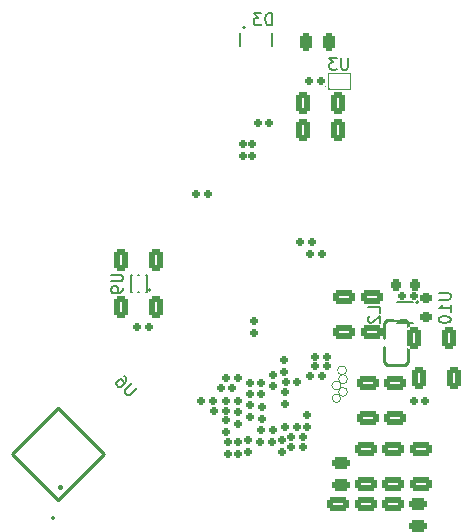
<source format=gbr>
%TF.GenerationSoftware,KiCad,Pcbnew,9.0.0*%
%TF.CreationDate,2025-03-19T22:59:48-05:00*%
%TF.ProjectId,opu_driver,6f70755f-6472-4697-9665-722e6b696361,rev?*%
%TF.SameCoordinates,Original*%
%TF.FileFunction,Legend,Bot*%
%TF.FilePolarity,Positive*%
%FSLAX46Y46*%
G04 Gerber Fmt 4.6, Leading zero omitted, Abs format (unit mm)*
G04 Created by KiCad (PCBNEW 9.0.0) date 2025-03-19 22:59:48*
%MOMM*%
%LPD*%
G01*
G04 APERTURE LIST*
G04 Aperture macros list*
%AMRoundRect*
0 Rectangle with rounded corners*
0 $1 Rounding radius*
0 $2 $3 $4 $5 $6 $7 $8 $9 X,Y pos of 4 corners*
0 Add a 4 corners polygon primitive as box body*
4,1,4,$2,$3,$4,$5,$6,$7,$8,$9,$2,$3,0*
0 Add four circle primitives for the rounded corners*
1,1,$1+$1,$2,$3*
1,1,$1+$1,$4,$5*
1,1,$1+$1,$6,$7*
1,1,$1+$1,$8,$9*
0 Add four rect primitives between the rounded corners*
20,1,$1+$1,$2,$3,$4,$5,0*
20,1,$1+$1,$4,$5,$6,$7,0*
20,1,$1+$1,$6,$7,$8,$9,0*
20,1,$1+$1,$8,$9,$2,$3,0*%
%AMHorizOval*
0 Thick line with rounded ends*
0 $1 width*
0 $2 $3 position (X,Y) of the first rounded end (center of the circle)*
0 $4 $5 position (X,Y) of the second rounded end (center of the circle)*
0 Add line between two ends*
20,1,$1,$2,$3,$4,$5,0*
0 Add two circle primitives to create the rounded ends*
1,1,$1,$2,$3*
1,1,$1,$4,$5*%
%AMRotRect*
0 Rectangle, with rotation*
0 The origin of the aperture is its center*
0 $1 length*
0 $2 width*
0 $3 Rotation angle, in degrees counterclockwise*
0 Add horizontal line*
21,1,$1,$2,0,0,$3*%
%AMFreePoly0*
4,1,13,0.135355,0.205355,0.150000,0.170000,0.150000,-0.080000,0.135355,-0.115355,-0.064645,-0.315355,-0.100000,-0.330000,-0.135355,-0.315355,-0.150000,-0.280000,-0.150000,0.170000,-0.135355,0.205355,-0.100000,0.220000,0.100000,0.220000,0.135355,0.205355,0.135355,0.205355,$1*%
%AMFreePoly1*
4,1,14,0.125355,0.205355,0.140000,0.170000,0.140000,-0.230000,0.125355,-0.265355,0.090000,-0.280000,0.040000,-0.280000,0.004645,-0.265355,-0.145355,-0.115355,-0.160000,-0.080000,-0.160000,0.170000,-0.145355,0.205355,-0.110000,0.220000,0.090000,0.220000,0.125355,0.205355,0.125355,0.205355,$1*%
%AMFreePoly2*
4,1,14,0.125355,0.255355,0.140000,0.220000,0.140000,-0.180000,0.125355,-0.215355,0.090000,-0.230000,-0.110000,-0.230000,-0.145355,-0.215355,-0.160000,-0.180000,-0.160000,0.070000,-0.145355,0.105355,0.004645,0.255355,0.040000,0.270000,0.090000,0.270000,0.125355,0.255355,0.125355,0.255355,$1*%
%AMFreePoly3*
4,1,14,-0.014645,0.265355,0.135355,0.115355,0.150000,0.080000,0.150000,-0.170000,0.135355,-0.205355,0.100000,-0.220000,-0.100000,-0.220000,-0.135355,-0.205355,-0.150000,-0.170000,-0.150000,0.230000,-0.135355,0.265355,-0.100000,0.280000,-0.050000,0.280000,-0.014645,0.265355,-0.014645,0.265355,$1*%
G04 Aperture macros list end*
%ADD10C,0.150000*%
%ADD11C,0.120000*%
%ADD12C,0.200000*%
%ADD13C,0.250000*%
%ADD14C,0.300000*%
%ADD15C,0.400000*%
%ADD16C,0.100000*%
%ADD17C,0.800000*%
%ADD18O,1.190000X2.840000*%
%ADD19C,1.000000*%
%ADD20RoundRect,0.159000X0.189000X-0.159000X0.189000X0.159000X-0.189000X0.159000X-0.189000X-0.159000X0*%
%ADD21RoundRect,0.159000X-0.159000X-0.189000X0.159000X-0.189000X0.159000X0.189000X-0.159000X0.189000X0*%
%ADD22C,0.508000*%
%ADD23RoundRect,0.267317X-0.470683X0.280683X-0.470683X-0.280683X0.470683X-0.280683X0.470683X0.280683X0*%
%ADD24RoundRect,0.159000X0.159000X0.189000X-0.159000X0.189000X-0.159000X-0.189000X0.159000X-0.189000X0*%
%ADD25RoundRect,0.266521X-0.671479X0.346479X-0.671479X-0.346479X0.671479X-0.346479X0.671479X0.346479X0*%
%ADD26FreePoly0,180.000000*%
%ADD27FreePoly1,180.000000*%
%ADD28FreePoly2,180.000000*%
%ADD29FreePoly3,180.000000*%
%ADD30RotRect,0.450000X0.450000X135.000000*%
%ADD31RoundRect,0.159000X-0.189000X0.159000X-0.189000X-0.159000X0.189000X-0.159000X0.189000X0.159000X0*%
%ADD32RoundRect,0.266521X-0.346479X-0.671479X0.346479X-0.671479X0.346479X0.671479X-0.346479X0.671479X0*%
%ADD33RoundRect,0.159000X-0.021213X0.246073X-0.246073X0.021213X0.021213X-0.246073X0.246073X-0.021213X0*%
%ADD34R,0.550000X0.280000*%
%ADD35RoundRect,0.266521X0.671479X-0.346479X0.671479X0.346479X-0.671479X0.346479X-0.671479X-0.346479X0*%
%ADD36RoundRect,0.269000X-0.494000X0.269000X-0.494000X-0.269000X0.494000X-0.269000X0.494000X0.269000X0*%
%ADD37RoundRect,0.267317X0.470683X-0.280683X0.470683X0.280683X-0.470683X0.280683X-0.470683X-0.280683X0*%
%ADD38RoundRect,0.266521X0.346479X0.671479X-0.346479X0.671479X-0.346479X-0.671479X0.346479X-0.671479X0*%
%ADD39RoundRect,0.269000X0.494000X-0.269000X0.494000X0.269000X-0.494000X0.269000X-0.494000X-0.269000X0*%
%ADD40RoundRect,0.159000X0.246073X0.021213X0.021213X0.246073X-0.246073X-0.021213X-0.021213X-0.246073X0*%
%ADD41HorizOval,0.280000X0.537401X0.537401X-0.537401X-0.537401X0*%
%ADD42HorizOval,0.280000X-0.537401X0.537401X0.537401X-0.537401X0*%
%ADD43RoundRect,0.159000X-0.246073X-0.021213X-0.021213X-0.246073X0.246073X0.021213X0.021213X0.246073X0*%
%ADD44RoundRect,0.269000X0.269000X0.494000X-0.269000X0.494000X-0.269000X-0.494000X0.269000X-0.494000X0*%
%ADD45R,0.220000X0.610000*%
%ADD46R,0.410000X0.610000*%
%ADD47R,1.380000X1.130000*%
%ADD48RoundRect,0.159000X0.021213X-0.246073X0.246073X-0.021213X-0.021213X0.246073X-0.246073X0.021213X0*%
%ADD49RoundRect,0.219000X0.219000X0.294000X-0.219000X0.294000X-0.219000X-0.294000X0.219000X-0.294000X0*%
%ADD50RoundRect,0.219000X-0.219000X-0.294000X0.219000X-0.294000X0.219000X0.294000X-0.219000X0.294000X0*%
%ADD51C,0.160000*%
%ADD52RoundRect,0.219000X-0.294000X0.219000X-0.294000X-0.219000X0.294000X-0.219000X0.294000X0.219000X0*%
G04 APERTURE END LIST*
D10*
X38299984Y-137403962D02*
X39109507Y-137403962D01*
X39109507Y-137403962D02*
X39204745Y-137451581D01*
X39204745Y-137451581D02*
X39252365Y-137499200D01*
X39252365Y-137499200D02*
X39299984Y-137594438D01*
X39299984Y-137594438D02*
X39299984Y-137784914D01*
X39299984Y-137784914D02*
X39252365Y-137880152D01*
X39252365Y-137880152D02*
X39204745Y-137927771D01*
X39204745Y-137927771D02*
X39109507Y-137975390D01*
X39109507Y-137975390D02*
X38299984Y-137975390D01*
X39299984Y-138499200D02*
X39299984Y-138689676D01*
X39299984Y-138689676D02*
X39252365Y-138784914D01*
X39252365Y-138784914D02*
X39204745Y-138832533D01*
X39204745Y-138832533D02*
X39061888Y-138927771D01*
X39061888Y-138927771D02*
X38871412Y-138975390D01*
X38871412Y-138975390D02*
X38490460Y-138975390D01*
X38490460Y-138975390D02*
X38395222Y-138927771D01*
X38395222Y-138927771D02*
X38347603Y-138880152D01*
X38347603Y-138880152D02*
X38299984Y-138784914D01*
X38299984Y-138784914D02*
X38299984Y-138594438D01*
X38299984Y-138594438D02*
X38347603Y-138499200D01*
X38347603Y-138499200D02*
X38395222Y-138451581D01*
X38395222Y-138451581D02*
X38490460Y-138403962D01*
X38490460Y-138403962D02*
X38728555Y-138403962D01*
X38728555Y-138403962D02*
X38823793Y-138451581D01*
X38823793Y-138451581D02*
X38871412Y-138499200D01*
X38871412Y-138499200D02*
X38919031Y-138594438D01*
X38919031Y-138594438D02*
X38919031Y-138784914D01*
X38919031Y-138784914D02*
X38871412Y-138880152D01*
X38871412Y-138880152D02*
X38823793Y-138927771D01*
X38823793Y-138927771D02*
X38728555Y-138975390D01*
X66054819Y-138961905D02*
X66864342Y-138961905D01*
X66864342Y-138961905D02*
X66959580Y-139009524D01*
X66959580Y-139009524D02*
X67007200Y-139057143D01*
X67007200Y-139057143D02*
X67054819Y-139152381D01*
X67054819Y-139152381D02*
X67054819Y-139342857D01*
X67054819Y-139342857D02*
X67007200Y-139438095D01*
X67007200Y-139438095D02*
X66959580Y-139485714D01*
X66959580Y-139485714D02*
X66864342Y-139533333D01*
X66864342Y-139533333D02*
X66054819Y-139533333D01*
X67054819Y-140533333D02*
X67054819Y-139961905D01*
X67054819Y-140247619D02*
X66054819Y-140247619D01*
X66054819Y-140247619D02*
X66197676Y-140152381D01*
X66197676Y-140152381D02*
X66292914Y-140057143D01*
X66292914Y-140057143D02*
X66340533Y-139961905D01*
X66054819Y-141152381D02*
X66054819Y-141247619D01*
X66054819Y-141247619D02*
X66102438Y-141342857D01*
X66102438Y-141342857D02*
X66150057Y-141390476D01*
X66150057Y-141390476D02*
X66245295Y-141438095D01*
X66245295Y-141438095D02*
X66435771Y-141485714D01*
X66435771Y-141485714D02*
X66673866Y-141485714D01*
X66673866Y-141485714D02*
X66864342Y-141438095D01*
X66864342Y-141438095D02*
X66959580Y-141390476D01*
X66959580Y-141390476D02*
X67007200Y-141342857D01*
X67007200Y-141342857D02*
X67054819Y-141247619D01*
X67054819Y-141247619D02*
X67054819Y-141152381D01*
X67054819Y-141152381D02*
X67007200Y-141057143D01*
X67007200Y-141057143D02*
X66959580Y-141009524D01*
X66959580Y-141009524D02*
X66864342Y-140961905D01*
X66864342Y-140961905D02*
X66673866Y-140914286D01*
X66673866Y-140914286D02*
X66435771Y-140914286D01*
X66435771Y-140914286D02*
X66245295Y-140961905D01*
X66245295Y-140961905D02*
X66150057Y-141009524D01*
X66150057Y-141009524D02*
X66102438Y-141057143D01*
X66102438Y-141057143D02*
X66054819Y-141152381D01*
X40461624Y-147026903D02*
X39889204Y-147599323D01*
X39889204Y-147599323D02*
X39788189Y-147632995D01*
X39788189Y-147632995D02*
X39720845Y-147632995D01*
X39720845Y-147632995D02*
X39619830Y-147599323D01*
X39619830Y-147599323D02*
X39485143Y-147464636D01*
X39485143Y-147464636D02*
X39451471Y-147363621D01*
X39451471Y-147363621D02*
X39451471Y-147296277D01*
X39451471Y-147296277D02*
X39485143Y-147195262D01*
X39485143Y-147195262D02*
X40057563Y-146622842D01*
X39417799Y-145983079D02*
X39552486Y-146117766D01*
X39552486Y-146117766D02*
X39586158Y-146218781D01*
X39586158Y-146218781D02*
X39586158Y-146286125D01*
X39586158Y-146286125D02*
X39552486Y-146454484D01*
X39552486Y-146454484D02*
X39451471Y-146622842D01*
X39451471Y-146622842D02*
X39182097Y-146892216D01*
X39182097Y-146892216D02*
X39081082Y-146925888D01*
X39081082Y-146925888D02*
X39013738Y-146925888D01*
X39013738Y-146925888D02*
X38912723Y-146892216D01*
X38912723Y-146892216D02*
X38778036Y-146757529D01*
X38778036Y-146757529D02*
X38744364Y-146656514D01*
X38744364Y-146656514D02*
X38744364Y-146589171D01*
X38744364Y-146589171D02*
X38778036Y-146488155D01*
X38778036Y-146488155D02*
X38946395Y-146319797D01*
X38946395Y-146319797D02*
X39047410Y-146286125D01*
X39047410Y-146286125D02*
X39114754Y-146286125D01*
X39114754Y-146286125D02*
X39215769Y-146319797D01*
X39215769Y-146319797D02*
X39350456Y-146454484D01*
X39350456Y-146454484D02*
X39384128Y-146555499D01*
X39384128Y-146555499D02*
X39384128Y-146622842D01*
X39384128Y-146622842D02*
X39350456Y-146723858D01*
X51913459Y-116282486D02*
X51913459Y-115282486D01*
X51913459Y-115282486D02*
X51675364Y-115282486D01*
X51675364Y-115282486D02*
X51532507Y-115330105D01*
X51532507Y-115330105D02*
X51437269Y-115425343D01*
X51437269Y-115425343D02*
X51389650Y-115520581D01*
X51389650Y-115520581D02*
X51342031Y-115711057D01*
X51342031Y-115711057D02*
X51342031Y-115853914D01*
X51342031Y-115853914D02*
X51389650Y-116044390D01*
X51389650Y-116044390D02*
X51437269Y-116139628D01*
X51437269Y-116139628D02*
X51532507Y-116234867D01*
X51532507Y-116234867D02*
X51675364Y-116282486D01*
X51675364Y-116282486D02*
X51913459Y-116282486D01*
X51008697Y-115282486D02*
X50389650Y-115282486D01*
X50389650Y-115282486D02*
X50722983Y-115663438D01*
X50722983Y-115663438D02*
X50580126Y-115663438D01*
X50580126Y-115663438D02*
X50484888Y-115711057D01*
X50484888Y-115711057D02*
X50437269Y-115758676D01*
X50437269Y-115758676D02*
X50389650Y-115853914D01*
X50389650Y-115853914D02*
X50389650Y-116092009D01*
X50389650Y-116092009D02*
X50437269Y-116187247D01*
X50437269Y-116187247D02*
X50484888Y-116234867D01*
X50484888Y-116234867D02*
X50580126Y-116282486D01*
X50580126Y-116282486D02*
X50865840Y-116282486D01*
X50865840Y-116282486D02*
X50961078Y-116234867D01*
X50961078Y-116234867D02*
X51008697Y-116187247D01*
X61054819Y-140633333D02*
X61054819Y-140157143D01*
X61054819Y-140157143D02*
X60054819Y-140157143D01*
X60150057Y-140919048D02*
X60102438Y-140966667D01*
X60102438Y-140966667D02*
X60054819Y-141061905D01*
X60054819Y-141061905D02*
X60054819Y-141300000D01*
X60054819Y-141300000D02*
X60102438Y-141395238D01*
X60102438Y-141395238D02*
X60150057Y-141442857D01*
X60150057Y-141442857D02*
X60245295Y-141490476D01*
X60245295Y-141490476D02*
X60340533Y-141490476D01*
X60340533Y-141490476D02*
X60483390Y-141442857D01*
X60483390Y-141442857D02*
X61054819Y-140871429D01*
X61054819Y-140871429D02*
X61054819Y-141490476D01*
X58361904Y-119054819D02*
X58361904Y-119864342D01*
X58361904Y-119864342D02*
X58314285Y-119959580D01*
X58314285Y-119959580D02*
X58266666Y-120007200D01*
X58266666Y-120007200D02*
X58171428Y-120054819D01*
X58171428Y-120054819D02*
X57980952Y-120054819D01*
X57980952Y-120054819D02*
X57885714Y-120007200D01*
X57885714Y-120007200D02*
X57838095Y-119959580D01*
X57838095Y-119959580D02*
X57790476Y-119864342D01*
X57790476Y-119864342D02*
X57790476Y-119054819D01*
X57409523Y-119054819D02*
X56790476Y-119054819D01*
X56790476Y-119054819D02*
X57123809Y-119435771D01*
X57123809Y-119435771D02*
X56980952Y-119435771D01*
X56980952Y-119435771D02*
X56885714Y-119483390D01*
X56885714Y-119483390D02*
X56838095Y-119531009D01*
X56838095Y-119531009D02*
X56790476Y-119626247D01*
X56790476Y-119626247D02*
X56790476Y-119864342D01*
X56790476Y-119864342D02*
X56838095Y-119959580D01*
X56838095Y-119959580D02*
X56885714Y-120007200D01*
X56885714Y-120007200D02*
X56980952Y-120054819D01*
X56980952Y-120054819D02*
X57266666Y-120054819D01*
X57266666Y-120054819D02*
X57361904Y-120007200D01*
X57361904Y-120007200D02*
X57409523Y-119959580D01*
D11*
%TO.C,TP1*%
X57765463Y-146796217D02*
G75*
G02*
X57003463Y-146796217I-381000J0D01*
G01*
X57003463Y-146796217D02*
G75*
G02*
X57765463Y-146796217I381000J0D01*
G01*
D10*
%TO.C,U9*%
X39985165Y-137465867D02*
X39985165Y-138865867D01*
X40045165Y-137465867D02*
X39985165Y-137465867D01*
X40045165Y-138865867D02*
X39985165Y-138865867D01*
X40695165Y-137465867D02*
X40595165Y-137465867D01*
X40695165Y-138865867D02*
X40595165Y-138865867D01*
X41305165Y-137465867D02*
X41245165Y-137465867D01*
X41305165Y-137465867D02*
X41305165Y-138865867D01*
X41305165Y-138865867D02*
X41245165Y-138865867D01*
X41625165Y-138715867D02*
G75*
G02*
X41465165Y-138715867I-80000J0D01*
G01*
X41465165Y-138715867D02*
G75*
G02*
X41625165Y-138715867I80000J0D01*
G01*
%TO.C,U10*%
X63898627Y-139763665D02*
X62538625Y-139763665D01*
X63898627Y-141523665D02*
X62538625Y-141523665D01*
D12*
X64338627Y-139753665D02*
G75*
G02*
X64138625Y-139753665I-100001J0D01*
G01*
X64138625Y-139753665D02*
G75*
G02*
X64338627Y-139753665I100001J0D01*
G01*
D11*
%TO.C,TP5*%
X58237110Y-145511141D02*
G75*
G02*
X57475110Y-145511141I-381000J0D01*
G01*
X57475110Y-145511141D02*
G75*
G02*
X58237110Y-145511141I381000J0D01*
G01*
D13*
%TO.C,U6*%
X29956078Y-152565867D02*
X33845165Y-156454954D01*
X33845165Y-148676780D02*
X29956078Y-152565867D01*
X33845165Y-156454954D02*
X37734252Y-152565867D01*
X37734252Y-152565867D02*
X33845165Y-148676780D01*
D14*
X33385547Y-157975234D02*
X33385547Y-157975234D01*
X33385547Y-157975234D01*
X33385547Y-157975234D01*
X33385547Y-157975234D01*
X33385547Y-157975234D01*
X33385547Y-157975235D01*
X33385547Y-157975235D01*
X33385547Y-157975235D01*
X33385547Y-157975235D01*
X33385547Y-157975235D01*
X33385547Y-157975235D01*
X33385547Y-157975235D01*
X33385546Y-157975235D01*
X33385546Y-157975235D01*
X33385546Y-157975235D01*
X33385546Y-157975235D01*
X33385546Y-157975235D01*
X33385546Y-157975235D01*
X33385546Y-157975235D01*
X33385546Y-157975235D01*
X33385546Y-157975235D01*
X33385546Y-157975235D01*
X33385546Y-157975235D01*
X33385546Y-157975235D01*
X33385545Y-157975235D01*
X33385545Y-157975235D01*
X33385545Y-157975235D01*
X33385545Y-157975235D01*
X33385545Y-157975235D01*
X33385545Y-157975235D01*
X33385545Y-157975234D01*
X33385545Y-157975234D01*
X33385545Y-157975234D01*
X33385545Y-157975234D01*
X33385545Y-157975234D01*
X33385545Y-157975234D01*
X33385545Y-157975234D02*
X33385545Y-157975234D01*
X33385545Y-157975234D01*
X33385545Y-157975234D01*
X33385545Y-157975234D01*
X33385545Y-157975234D01*
X33385545Y-157975234D01*
X33385545Y-157975233D01*
X33385545Y-157975233D01*
X33385545Y-157975233D01*
X33385545Y-157975233D01*
X33385545Y-157975233D01*
X33385546Y-157975233D01*
X33385546Y-157975233D01*
X33385546Y-157975233D01*
X33385546Y-157975233D01*
X33385546Y-157975233D01*
X33385546Y-157975233D01*
X33385546Y-157975233D01*
X33385546Y-157975233D01*
X33385546Y-157975233D01*
X33385546Y-157975233D01*
X33385546Y-157975233D01*
X33385546Y-157975233D01*
X33385547Y-157975233D01*
X33385547Y-157975233D01*
X33385547Y-157975233D01*
X33385547Y-157975233D01*
X33385547Y-157975233D01*
X33385547Y-157975233D01*
X33385547Y-157975234D01*
X33385547Y-157975234D01*
X33385547Y-157975234D01*
X33385547Y-157975234D01*
X33385547Y-157975234D01*
X33385547Y-157975234D01*
X33385547Y-157975234D01*
D15*
X33986587Y-155394294D02*
X33986587Y-155394294D01*
X33986587Y-155394294D01*
X33986587Y-155394294D01*
X33986587Y-155394294D01*
X33986587Y-155394294D01*
X33986587Y-155394295D01*
X33986587Y-155394295D01*
X33986587Y-155394295D01*
X33986587Y-155394295D01*
X33986587Y-155394295D01*
X33986587Y-155394295D01*
X33986587Y-155394295D01*
X33986586Y-155394295D01*
X33986586Y-155394295D01*
X33986586Y-155394295D01*
X33986586Y-155394295D01*
X33986586Y-155394295D01*
X33986586Y-155394295D01*
X33986586Y-155394295D01*
X33986586Y-155394295D01*
X33986586Y-155394295D01*
X33986586Y-155394295D01*
X33986586Y-155394295D01*
X33986586Y-155394295D01*
X33986585Y-155394295D01*
X33986585Y-155394295D01*
X33986585Y-155394295D01*
X33986585Y-155394295D01*
X33986585Y-155394295D01*
X33986585Y-155394295D01*
X33986585Y-155394294D01*
X33986585Y-155394294D01*
X33986585Y-155394294D01*
X33986585Y-155394294D01*
X33986585Y-155394294D01*
X33986585Y-155394294D01*
X33986585Y-155394294D02*
X33986585Y-155394294D01*
X33986585Y-155394294D01*
X33986585Y-155394294D01*
X33986585Y-155394294D01*
X33986585Y-155394294D01*
X33986585Y-155394294D01*
X33986585Y-155394293D01*
X33986585Y-155394293D01*
X33986585Y-155394293D01*
X33986585Y-155394293D01*
X33986585Y-155394293D01*
X33986586Y-155394293D01*
X33986586Y-155394293D01*
X33986586Y-155394293D01*
X33986586Y-155394293D01*
X33986586Y-155394293D01*
X33986586Y-155394293D01*
X33986586Y-155394293D01*
X33986586Y-155394293D01*
X33986586Y-155394293D01*
X33986586Y-155394293D01*
X33986586Y-155394293D01*
X33986586Y-155394293D01*
X33986587Y-155394293D01*
X33986587Y-155394293D01*
X33986587Y-155394293D01*
X33986587Y-155394293D01*
X33986587Y-155394293D01*
X33986587Y-155394293D01*
X33986587Y-155394294D01*
X33986587Y-155394294D01*
X33986587Y-155394294D01*
X33986587Y-155394294D01*
X33986587Y-155394294D01*
X33986587Y-155394294D01*
X33986587Y-155394294D01*
D11*
%TO.C,TP4*%
X58316053Y-147340328D02*
G75*
G02*
X57554053Y-147340328I-381000J0D01*
G01*
X57554053Y-147340328D02*
G75*
G02*
X58316053Y-147340328I381000J0D01*
G01*
D10*
%TO.C,D3*%
X49235765Y-116924067D02*
X49235765Y-118084067D01*
X51895765Y-116924067D02*
X51895765Y-118084067D01*
X49635765Y-116484067D02*
G75*
G02*
X49495765Y-116484067I-70000J0D01*
G01*
X49495765Y-116484067D02*
G75*
G02*
X49635765Y-116484067I70000J0D01*
G01*
D13*
%TO.C,L2*%
X61373625Y-142753665D02*
X61373626Y-141613665D01*
X61373625Y-144783665D02*
X61373625Y-143513665D01*
X61373626Y-141483665D02*
X61633625Y-141233665D01*
X61373626Y-141613665D02*
X61373626Y-141483665D01*
X61633625Y-141233665D02*
X63033625Y-141233665D01*
X61633625Y-145043665D02*
X61373625Y-144783665D01*
X61763625Y-145043665D02*
X61633625Y-145043665D01*
X63033625Y-141233665D02*
X63153625Y-141233665D01*
X63153625Y-141233665D02*
X63413624Y-141483665D01*
X63153625Y-145043665D02*
X61763625Y-145043665D01*
X63413624Y-141483665D02*
X63413625Y-142753665D01*
X63413625Y-143513665D02*
X63413625Y-144653665D01*
X63413625Y-144653665D02*
X63413625Y-144783665D01*
X63413625Y-144783665D02*
X63153625Y-145043665D01*
D16*
%TO.C,U3*%
X56650000Y-120300000D02*
X56650000Y-121700000D01*
X56650000Y-121480000D02*
X56650000Y-121490000D01*
X56650000Y-121480000D02*
X56650000Y-121540000D01*
X56650000Y-121490000D02*
X56860000Y-121700000D01*
X56650000Y-121540000D02*
X56810000Y-121700000D01*
X58550000Y-120300000D02*
X56650000Y-120300000D01*
X58550000Y-121700000D02*
X56660000Y-121700000D01*
X58550000Y-121700000D02*
X58550000Y-120300000D01*
X56510000Y-121460000D02*
G75*
G02*
X56410000Y-121460000I-50000J0D01*
G01*
X56410000Y-121460000D02*
G75*
G02*
X56510000Y-121460000I50000J0D01*
G01*
D11*
%TO.C,TP2*%
X57731100Y-147872833D02*
G75*
G02*
X57019900Y-147872833I-355600J0D01*
G01*
X57019900Y-147872833D02*
G75*
G02*
X57731100Y-147872833I355600J0D01*
G01*
%TO.C,TP3*%
X58317374Y-146260064D02*
G75*
G02*
X57555374Y-146260064I-381000J0D01*
G01*
X57555374Y-146260064D02*
G75*
G02*
X58317374Y-146260064I381000J0D01*
G01*
%TD*%
%LPC*%
D17*
%TO.C,USB1*%
X52869765Y-109008067D03*
X48769765Y-107658067D03*
D18*
X55389765Y-108778067D03*
D19*
X55319765Y-113468067D03*
X46319765Y-113468067D03*
D18*
X46249765Y-108778067D03*
%TD*%
D20*
%TO.C,C44*%
X51048685Y-149608587D03*
X51048685Y-148608587D03*
%TD*%
D21*
%TO.C,C45*%
X50945165Y-151600000D03*
X51945165Y-151600000D03*
%TD*%
D22*
%TO.C,TP1*%
X57384463Y-146796217D03*
%TD*%
D23*
%TO.C,R34*%
X44218758Y-160474273D03*
X44218758Y-162294273D03*
%TD*%
D20*
%TO.C,C113*%
X51435439Y-160541439D03*
X51435439Y-159541441D03*
%TD*%
D24*
%TO.C,R15*%
X56545164Y-144340837D03*
X55545164Y-144340837D03*
%TD*%
D25*
%TO.C,C106*%
X60045164Y-146603194D03*
X60045164Y-149563194D03*
%TD*%
D26*
%TO.C,U9*%
X40975165Y-138645867D03*
D27*
X40315165Y-138645867D03*
D28*
X40315165Y-137695867D03*
D29*
X40975165Y-137685867D03*
D30*
X40645165Y-138165867D03*
%TD*%
D20*
%TO.C,C11*%
X49448165Y-127376667D03*
X49448165Y-126376667D03*
%TD*%
D25*
%TO.C,C85*%
X62142332Y-156854188D03*
X62142332Y-159814188D03*
%TD*%
D31*
%TO.C,C50*%
X49051400Y-149033642D03*
X49051400Y-150033640D03*
%TD*%
D32*
%TO.C,C101*%
X64336201Y-146165866D03*
X67296201Y-146165866D03*
%TD*%
D33*
%TO.C,C73*%
X29325224Y-149012314D03*
X28618118Y-149719420D03*
%TD*%
D24*
%TO.C,C35*%
X49058036Y-146134341D03*
X48058038Y-146134341D03*
%TD*%
D31*
%TO.C,C120*%
X46527282Y-159875672D03*
X46527282Y-160875670D03*
%TD*%
D20*
%TO.C,C36*%
X52045165Y-146865867D03*
X52045165Y-145865867D03*
%TD*%
D34*
%TO.C,U10*%
X63938625Y-140143665D03*
X63938626Y-140643665D03*
X63938625Y-141143665D03*
X62498627Y-141143665D03*
X62498626Y-140643665D03*
X62498627Y-140143665D03*
%TD*%
D24*
%TO.C,R14*%
X56163393Y-135685168D03*
X55163393Y-135685168D03*
%TD*%
D21*
%TO.C,C55*%
X55145165Y-145965867D03*
X56145165Y-145965867D03*
%TD*%
D31*
%TO.C,C122*%
X45698765Y-163474819D03*
X45698765Y-164474817D03*
%TD*%
D35*
%TO.C,C80*%
X58400000Y-164768315D03*
X58400000Y-161808315D03*
%TD*%
%TO.C,C87*%
X64509780Y-155129083D03*
X64509780Y-152169083D03*
%TD*%
D36*
%TO.C,C90*%
X64308521Y-156805308D03*
X64308521Y-158705306D03*
%TD*%
D31*
%TO.C,C42*%
X50988331Y-146552326D03*
X50988331Y-147552326D03*
%TD*%
D37*
%TO.C,R32*%
X42310321Y-165688587D03*
X42310321Y-163868587D03*
%TD*%
D21*
%TO.C,C114*%
X49397247Y-159554507D03*
X50397245Y-159554507D03*
%TD*%
D38*
%TO.C,C98*%
X42125165Y-140165868D03*
X39165165Y-140165868D03*
%TD*%
D39*
%TO.C,C81*%
X57738311Y-155235167D03*
X57738311Y-153335169D03*
%TD*%
D40*
%TO.C,C72*%
X29902407Y-148421624D03*
X29195301Y-147714518D03*
%TD*%
D23*
%TO.C,R33*%
X42323619Y-160479694D03*
X42323619Y-162299694D03*
%TD*%
D24*
%TO.C,C49*%
X48052351Y-148948599D03*
X47052351Y-148948599D03*
%TD*%
D35*
%TO.C,C89*%
X65873323Y-164130342D03*
X65873323Y-161170342D03*
%TD*%
D20*
%TO.C,C121*%
X46523041Y-166271866D03*
X46523041Y-165271868D03*
%TD*%
D37*
%TO.C,R31*%
X44218758Y-165694273D03*
X44218758Y-163874273D03*
%TD*%
D24*
%TO.C,C128*%
X41513904Y-141874847D03*
X40513906Y-141874847D03*
%TD*%
D35*
%TO.C,C83*%
X59883850Y-155151563D03*
X59883850Y-152191563D03*
%TD*%
D22*
%TO.C,TP5*%
X57856110Y-145511141D03*
%TD*%
D24*
%TO.C,R13*%
X56545165Y-145165867D03*
X55545165Y-145165867D03*
%TD*%
D35*
%TO.C,C79*%
X63506633Y-164790551D03*
X63506633Y-161830551D03*
%TD*%
D33*
%TO.C,C92*%
X30004260Y-156741306D03*
X29297154Y-157448412D03*
%TD*%
D25*
%TO.C,C82*%
X57549500Y-156819992D03*
X57549500Y-159779992D03*
%TD*%
D31*
%TO.C,C41*%
X53046667Y-147362987D03*
X53046667Y-148362987D03*
%TD*%
%TO.C,C51*%
X50031627Y-146548736D03*
X50031627Y-147548736D03*
%TD*%
D20*
%TO.C,C48*%
X50045165Y-149465867D03*
X50045165Y-148465867D03*
%TD*%
D41*
%TO.C,U6*%
X32925926Y-157374193D03*
X32572373Y-157020640D03*
X32218819Y-156667086D03*
X31865266Y-156313533D03*
X31511713Y-155959980D03*
X31158159Y-155606426D03*
X30804606Y-155252873D03*
X30451052Y-154899319D03*
X30097499Y-154545766D03*
X29743946Y-154192213D03*
X29390392Y-153838659D03*
X29036839Y-153485106D03*
D42*
X29036839Y-151646628D03*
X29390392Y-151293075D03*
X29743946Y-150939521D03*
X30097499Y-150585968D03*
X30451052Y-150232415D03*
X30804606Y-149878861D03*
X31158159Y-149525308D03*
X31511713Y-149171754D03*
X31865266Y-148818201D03*
X32218819Y-148464648D03*
X32572373Y-148111094D03*
X32925926Y-147757541D03*
D41*
X34764404Y-147757541D03*
X35117957Y-148111094D03*
X35471511Y-148464648D03*
X35825064Y-148818201D03*
X36178617Y-149171754D03*
X36532171Y-149525308D03*
X36885724Y-149878861D03*
X37239278Y-150232415D03*
X37592831Y-150585968D03*
X37946384Y-150939521D03*
X38299938Y-151293075D03*
X38653491Y-151646628D03*
D42*
X38653491Y-153485106D03*
X38299938Y-153838659D03*
X37946384Y-154192213D03*
X37592831Y-154545766D03*
X37239278Y-154899319D03*
X36885724Y-155252873D03*
X36532171Y-155606426D03*
X36178617Y-155959980D03*
X35825064Y-156313533D03*
X35471511Y-156667086D03*
X35117957Y-157020640D03*
X34764404Y-157374193D03*
%TD*%
D20*
%TO.C,C12*%
X50260965Y-127376667D03*
X50260965Y-126376667D03*
%TD*%
D31*
%TO.C,C59*%
X49052453Y-151559591D03*
X49052453Y-152559591D03*
%TD*%
D43*
%TO.C,C68*%
X30423256Y-145247772D03*
X31130362Y-145954878D03*
%TD*%
D31*
%TO.C,C47*%
X54860130Y-149300001D03*
X54860130Y-150299999D03*
%TD*%
D21*
%TO.C,C40*%
X47578814Y-147008104D03*
X48578814Y-147008104D03*
%TD*%
D44*
%TO.C,C4*%
X56725064Y-117744030D03*
X54825066Y-117744030D03*
%TD*%
D21*
%TO.C,C53*%
X53044955Y-150328147D03*
X54044955Y-150328147D03*
%TD*%
D20*
%TO.C,C69*%
X28451184Y-145871646D03*
X28451184Y-144871648D03*
%TD*%
D25*
%TO.C,C105*%
X62352628Y-146618123D03*
X62352628Y-149578123D03*
%TD*%
D22*
%TO.C,TP4*%
X57935053Y-147340328D03*
%TD*%
D21*
%TO.C,C38*%
X53559244Y-151126519D03*
X54559244Y-151126519D03*
%TD*%
D45*
%TO.C,D3*%
X49565765Y-117094067D03*
X50065765Y-117094067D03*
D46*
X50565765Y-117094067D03*
D45*
X51065765Y-117094067D03*
X51565765Y-117094067D03*
X51565765Y-117914067D03*
X51065765Y-117914067D03*
D46*
X50565765Y-117914067D03*
D45*
X50065765Y-117914067D03*
X49565765Y-117914067D03*
%TD*%
D32*
%TO.C,C99*%
X63913625Y-142773664D03*
X66873625Y-142773664D03*
%TD*%
D20*
%TO.C,C52*%
X48049224Y-150741120D03*
X48049224Y-149741120D03*
%TD*%
D31*
%TO.C,R46*%
X50434890Y-141336509D03*
X50434890Y-142336507D03*
%TD*%
D33*
%TO.C,C74*%
X31779945Y-158537224D03*
X31072839Y-159244330D03*
%TD*%
D35*
%TO.C,C104*%
X60393626Y-142253664D03*
X60393626Y-139293664D03*
%TD*%
D21*
%TO.C,C39*%
X48072587Y-148115257D03*
X49072585Y-148115257D03*
%TD*%
D47*
%TO.C,L2*%
X62393625Y-142203664D03*
X62393625Y-144143666D03*
%TD*%
D24*
%TO.C,R1*%
X51700765Y-124539867D03*
X50700765Y-124539867D03*
%TD*%
D31*
%TO.C,C123*%
X46510321Y-163478588D03*
X46510321Y-164478586D03*
%TD*%
D48*
%TO.C,C65*%
X35995575Y-146523569D03*
X36702681Y-145816463D03*
%TD*%
D20*
%TO.C,C124*%
X46508765Y-162678586D03*
X46508765Y-161678588D03*
%TD*%
D31*
%TO.C,C43*%
X49876204Y-151443253D03*
X49876204Y-152443253D03*
%TD*%
%TO.C,C56*%
X52737425Y-151400879D03*
X52737425Y-152400877D03*
%TD*%
D24*
%TO.C,R16*%
X55290479Y-134636263D03*
X54290479Y-134636263D03*
%TD*%
D43*
%TO.C,C63*%
X39491612Y-155012314D03*
X40198718Y-155719420D03*
%TD*%
D49*
%TO.C,R38*%
X52265166Y-164965867D03*
X50625164Y-164965867D03*
%TD*%
D31*
%TO.C,C60*%
X48234058Y-151561459D03*
X48234058Y-152561459D03*
%TD*%
D21*
%TO.C,R8*%
X55100000Y-121011966D03*
X56100000Y-121011966D03*
%TD*%
D50*
%TO.C,R19*%
X62411457Y-138246951D03*
X64051459Y-138246951D03*
%TD*%
D51*
%TO.C,U3*%
X57000000Y-121400000D03*
X57400000Y-121400000D03*
X57800000Y-121400000D03*
X58200000Y-121400000D03*
X57000000Y-121000000D03*
X57400000Y-121000000D03*
X57800000Y-121000000D03*
X58200000Y-121000000D03*
X57000000Y-120600000D03*
X57400000Y-120600000D03*
X57800000Y-120600000D03*
X58200000Y-120600000D03*
%TD*%
D49*
%TO.C,R39*%
X52265166Y-166165867D03*
X50625164Y-166165867D03*
%TD*%
D20*
%TO.C,C125*%
X45698765Y-162678586D03*
X45698765Y-161678588D03*
%TD*%
D24*
%TO.C,C37*%
X52028964Y-150600000D03*
X51028964Y-150600000D03*
%TD*%
D22*
%TO.C,TP2*%
X57375500Y-147872833D03*
%TD*%
D21*
%TO.C,C61*%
X53545165Y-151990047D03*
X54545165Y-151990047D03*
%TD*%
D20*
%TO.C,C62*%
X52981941Y-145628147D03*
X52981941Y-144628147D03*
%TD*%
%TO.C,C118*%
X45723042Y-166271866D03*
X45723042Y-165271868D03*
%TD*%
D24*
%TO.C,R10*%
X64922278Y-148087563D03*
X63922280Y-148087563D03*
%TD*%
D22*
%TO.C,TP3*%
X57936374Y-146260064D03*
%TD*%
D21*
%TO.C,C94*%
X62931459Y-139246951D03*
X63931457Y-139246951D03*
%TD*%
D24*
%TO.C,C46*%
X46945165Y-148069760D03*
X45945165Y-148069760D03*
%TD*%
D38*
%TO.C,C97*%
X42125165Y-136165866D03*
X39165165Y-136165866D03*
%TD*%
%TO.C,C1*%
X57483117Y-122903874D03*
X54523117Y-122903874D03*
%TD*%
D48*
%TO.C,C70*%
X28982812Y-146697500D03*
X29689918Y-145990394D03*
%TD*%
D24*
%TO.C,C54*%
X54072586Y-146538319D03*
X53072586Y-146538319D03*
%TD*%
D25*
%TO.C,C86*%
X59845165Y-156833699D03*
X59845165Y-159793699D03*
%TD*%
D31*
%TO.C,C119*%
X45682054Y-159878587D03*
X45682054Y-160878585D03*
%TD*%
D52*
%TO.C,R22*%
X64993626Y-139353663D03*
X64993626Y-140993665D03*
%TD*%
D35*
%TO.C,C103*%
X57993626Y-142253664D03*
X57993626Y-139293664D03*
%TD*%
%TO.C,C84*%
X62212208Y-155151563D03*
X62212208Y-152191563D03*
%TD*%
D38*
%TO.C,C2*%
X57480000Y-125200000D03*
X54520000Y-125200000D03*
%TD*%
D21*
%TO.C,R40*%
X45500000Y-130600000D03*
X46500000Y-130600000D03*
%TD*%
%LPD*%
M02*

</source>
